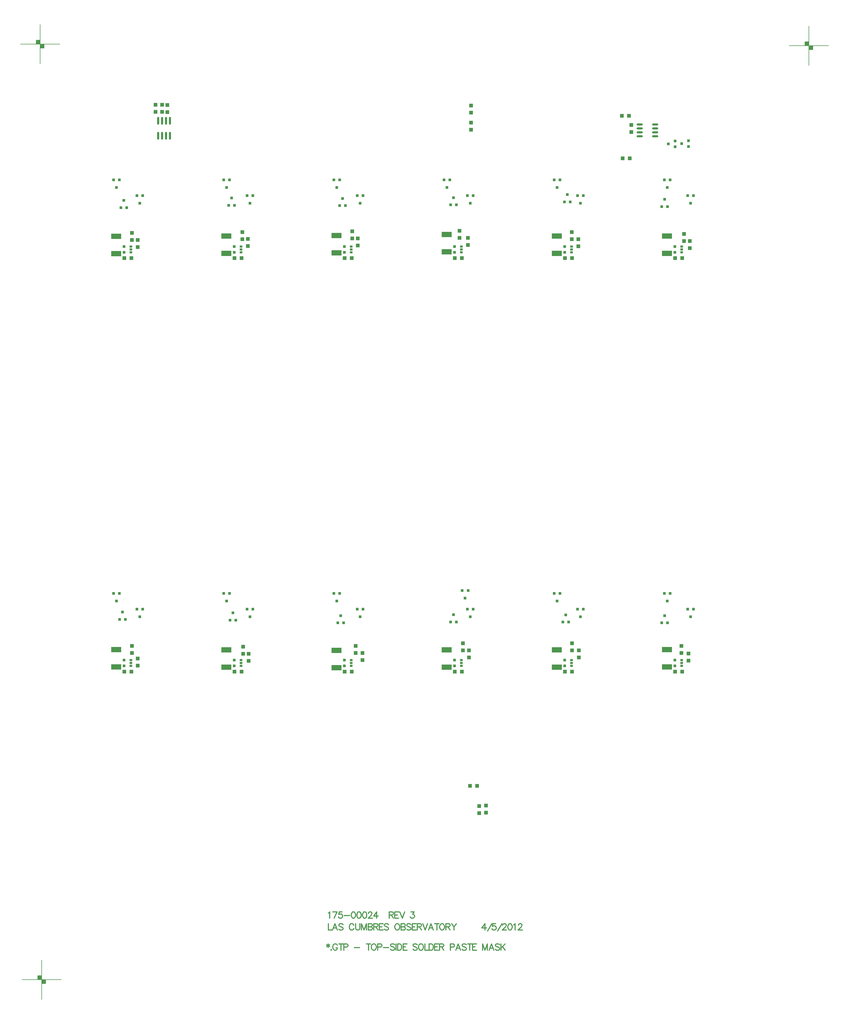
<source format=gtp>
%FSLAX23Y23*%
%MOIN*%
G70*
G01*
G75*
G04 Layer_Color=8421504*
%ADD10R,0.035X0.037*%
%ADD11R,0.035X0.037*%
%ADD12O,0.079X0.024*%
%ADD13R,0.036X0.028*%
%ADD14R,0.036X0.036*%
%ADD15R,0.050X0.050*%
%ADD16O,0.028X0.098*%
%ADD17R,0.126X0.071*%
%ADD18R,0.050X0.050*%
%ADD19C,0.010*%
%ADD20C,0.050*%
%ADD21C,0.008*%
%ADD22C,0.005*%
%ADD23C,0.012*%
%ADD24C,0.006*%
%ADD25C,0.012*%
%ADD26C,0.012*%
%ADD27C,0.020*%
%ADD28R,0.079X0.079*%
%ADD29C,0.079*%
%ADD30C,0.157*%
%ADD31C,0.039*%
%ADD32C,0.220*%
%ADD33C,0.085*%
%ADD34C,0.055*%
%ADD35C,0.116*%
%ADD36R,0.055X0.055*%
%ADD37R,0.098X0.098*%
%ADD38C,0.098*%
%ADD39C,0.059*%
%ADD40C,0.080*%
%ADD41C,0.065*%
%ADD42C,0.055*%
%ADD43R,0.098X0.098*%
%ADD44R,0.059X0.059*%
%ADD45R,0.070X0.070*%
%ADD46C,0.070*%
%ADD47C,0.040*%
%ADD48C,0.110*%
%ADD49C,0.217*%
%ADD50C,0.200*%
%ADD51C,0.026*%
%ADD52C,0.050*%
%ADD53C,0.024*%
%ADD54C,0.032*%
%ADD55C,0.025*%
%ADD56C,0.040*%
%ADD57C,0.087*%
%ADD58C,0.076*%
%ADD59C,0.131*%
%ADD60C,0.080*%
%ADD61C,0.206*%
%ADD62C,0.102*%
%ADD63C,0.075*%
%ADD64C,0.168*%
%ADD65C,0.091*%
%ADD66C,0.138*%
%ADD67C,0.092*%
G04:AMPARAMS|DCode=68|XSize=100mil|YSize=100mil|CornerRadius=0mil|HoleSize=0mil|Usage=FLASHONLY|Rotation=0.000|XOffset=0mil|YOffset=0mil|HoleType=Round|Shape=Relief|Width=10mil|Gap=10mil|Entries=4|*
%AMTHD68*
7,0,0,0.100,0.080,0.010,45*
%
%ADD68THD68*%
%ADD69C,0.073*%
%ADD70C,0.099*%
%ADD71C,0.075*%
%ADD72C,0.168*%
G04:AMPARAMS|DCode=73|XSize=70mil|YSize=70mil|CornerRadius=0mil|HoleSize=0mil|Usage=FLASHONLY|Rotation=0.000|XOffset=0mil|YOffset=0mil|HoleType=Round|Shape=Relief|Width=10mil|Gap=10mil|Entries=4|*
%AMTHD73*
7,0,0,0.070,0.050,0.010,45*
%
%ADD73THD73*%
%ADD74C,0.053*%
%ADD75C,0.068*%
%ADD76C,0.060*%
G04:AMPARAMS|DCode=77|XSize=107.244mil|YSize=107.244mil|CornerRadius=0mil|HoleSize=0mil|Usage=FLASHONLY|Rotation=0.000|XOffset=0mil|YOffset=0mil|HoleType=Round|Shape=Relief|Width=30mil|Gap=10mil|Entries=4|*
%AMTHD77*
7,0,0,0.107,0.087,0.030,45*
%
%ADD77THD77*%
G04:AMPARAMS|DCode=78|XSize=111.181mil|YSize=111.181mil|CornerRadius=0mil|HoleSize=0mil|Usage=FLASHONLY|Rotation=0.000|XOffset=0mil|YOffset=0mil|HoleType=Round|Shape=Relief|Width=30mil|Gap=10mil|Entries=4|*
%AMTHD78*
7,0,0,0.111,0.091,0.030,45*
%
%ADD78THD78*%
G04:AMPARAMS|DCode=79|XSize=112mil|YSize=112mil|CornerRadius=0mil|HoleSize=0mil|Usage=FLASHONLY|Rotation=0.000|XOffset=0mil|YOffset=0mil|HoleType=Round|Shape=Relief|Width=30mil|Gap=10mil|Entries=4|*
%AMTHD79*
7,0,0,0.112,0.092,0.030,45*
%
%ADD79THD79*%
G04:AMPARAMS|DCode=80|XSize=119.055mil|YSize=119.055mil|CornerRadius=0mil|HoleSize=0mil|Usage=FLASHONLY|Rotation=0.000|XOffset=0mil|YOffset=0mil|HoleType=Round|Shape=Relief|Width=30mil|Gap=10mil|Entries=4|*
%AMTHD80*
7,0,0,0.119,0.099,0.030,45*
%
%ADD80THD80*%
G04:AMPARAMS|DCode=81|XSize=100mil|YSize=100mil|CornerRadius=0mil|HoleSize=0mil|Usage=FLASHONLY|Rotation=0.000|XOffset=0mil|YOffset=0mil|HoleType=Round|Shape=Relief|Width=30mil|Gap=10mil|Entries=4|*
%AMTHD81*
7,0,0,0.100,0.080,0.030,45*
%
%ADD81THD81*%
G04:AMPARAMS|DCode=82|XSize=130mil|YSize=130mil|CornerRadius=0mil|HoleSize=0mil|Usage=FLASHONLY|Rotation=0.000|XOffset=0mil|YOffset=0mil|HoleType=Round|Shape=Relief|Width=30mil|Gap=10mil|Entries=4|*
%AMTHD82*
7,0,0,0.130,0.110,0.030,45*
%
%ADD82THD82*%
G04:AMPARAMS|DCode=83|XSize=88mil|YSize=88mil|CornerRadius=0mil|HoleSize=0mil|Usage=FLASHONLY|Rotation=0.000|XOffset=0mil|YOffset=0mil|HoleType=Round|Shape=Relief|Width=30mil|Gap=10mil|Entries=4|*
%AMTHD83*
7,0,0,0.088,0.068,0.030,45*
%
%ADD83THD83*%
G04:AMPARAMS|DCode=84|XSize=70mil|YSize=70mil|CornerRadius=0mil|HoleSize=0mil|Usage=FLASHONLY|Rotation=0.000|XOffset=0mil|YOffset=0mil|HoleType=Round|Shape=Relief|Width=30mil|Gap=10mil|Entries=4|*
%AMTHD84*
7,0,0,0.070,0.050,0.030,45*
%
%ADD84THD84*%
G04:AMPARAMS|DCode=85|XSize=80mil|YSize=80mil|CornerRadius=0mil|HoleSize=0mil|Usage=FLASHONLY|Rotation=0.000|XOffset=0mil|YOffset=0mil|HoleType=Round|Shape=Relief|Width=30mil|Gap=10mil|Entries=4|*
%AMTHD85*
7,0,0,0.080,0.060,0.030,45*
%
%ADD85THD85*%
G04:AMPARAMS|DCode=86|XSize=80mil|YSize=80mil|CornerRadius=0mil|HoleSize=0mil|Usage=FLASHONLY|Rotation=0.000|XOffset=0mil|YOffset=0mil|HoleType=Round|Shape=Relief|Width=10mil|Gap=10mil|Entries=4|*
%AMTHD86*
7,0,0,0.080,0.060,0.010,45*
%
%ADD86THD86*%
G04:AMPARAMS|DCode=87|XSize=96.221mil|YSize=96.221mil|CornerRadius=0mil|HoleSize=0mil|Usage=FLASHONLY|Rotation=0.000|XOffset=0mil|YOffset=0mil|HoleType=Round|Shape=Relief|Width=10mil|Gap=10mil|Entries=4|*
%AMTHD87*
7,0,0,0.096,0.076,0.010,45*
%
%ADD87THD87*%
G04:AMPARAMS|DCode=88|XSize=150.551mil|YSize=150.551mil|CornerRadius=0mil|HoleSize=0mil|Usage=FLASHONLY|Rotation=0.000|XOffset=0mil|YOffset=0mil|HoleType=Round|Shape=Relief|Width=10mil|Gap=10mil|Entries=4|*
%AMTHD88*
7,0,0,0.151,0.131,0.010,45*
%
%ADD88THD88*%
G04:AMPARAMS|DCode=89|XSize=122mil|YSize=122mil|CornerRadius=0mil|HoleSize=0mil|Usage=FLASHONLY|Rotation=0.000|XOffset=0mil|YOffset=0mil|HoleType=Round|Shape=Relief|Width=10mil|Gap=10mil|Entries=4|*
%AMTHD89*
7,0,0,0.122,0.102,0.010,45*
%
%ADD89THD89*%
G04:AMPARAMS|DCode=90|XSize=95mil|YSize=95mil|CornerRadius=0mil|HoleSize=0mil|Usage=FLASHONLY|Rotation=0.000|XOffset=0mil|YOffset=0mil|HoleType=Round|Shape=Relief|Width=10mil|Gap=10mil|Entries=4|*
%AMTHD90*
7,0,0,0.095,0.075,0.010,45*
%
%ADD90THD90*%
G04:AMPARAMS|DCode=91|XSize=112mil|YSize=112mil|CornerRadius=0mil|HoleSize=0mil|Usage=FLASHONLY|Rotation=0.000|XOffset=0mil|YOffset=0mil|HoleType=Round|Shape=Relief|Width=10mil|Gap=10mil|Entries=4|*
%AMTHD91*
7,0,0,0.112,0.092,0.010,45*
%
%ADD91THD91*%
G04:AMPARAMS|DCode=92|XSize=93.465mil|YSize=93.465mil|CornerRadius=0mil|HoleSize=0mil|Usage=FLASHONLY|Rotation=0.000|XOffset=0mil|YOffset=0mil|HoleType=Round|Shape=Relief|Width=10mil|Gap=10mil|Entries=4|*
%AMTHD92*
7,0,0,0.093,0.073,0.010,45*
%
%ADD92THD92*%
G04:AMPARAMS|DCode=93|XSize=95.433mil|YSize=95.433mil|CornerRadius=0mil|HoleSize=0mil|Usage=FLASHONLY|Rotation=0.000|XOffset=0mil|YOffset=0mil|HoleType=Round|Shape=Relief|Width=10mil|Gap=10mil|Entries=4|*
%AMTHD93*
7,0,0,0.095,0.075,0.010,45*
%
%ADD93THD93*%
G04:AMPARAMS|DCode=94|XSize=72.992mil|YSize=72.992mil|CornerRadius=0mil|HoleSize=0mil|Usage=FLASHONLY|Rotation=0.000|XOffset=0mil|YOffset=0mil|HoleType=Round|Shape=Relief|Width=10mil|Gap=10mil|Entries=4|*
%AMTHD94*
7,0,0,0.073,0.053,0.010,45*
%
%ADD94THD94*%
G04:AMPARAMS|DCode=95|XSize=88mil|YSize=88mil|CornerRadius=0mil|HoleSize=0mil|Usage=FLASHONLY|Rotation=0.000|XOffset=0mil|YOffset=0mil|HoleType=Round|Shape=Relief|Width=10mil|Gap=10mil|Entries=4|*
%AMTHD95*
7,0,0,0.088,0.068,0.010,45*
%
%ADD95THD95*%
G04:AMPARAMS|DCode=96|XSize=85mil|YSize=85mil|CornerRadius=0mil|HoleSize=0mil|Usage=FLASHONLY|Rotation=0.000|XOffset=0mil|YOffset=0mil|HoleType=Round|Shape=Relief|Width=10mil|Gap=10mil|Entries=4|*
%AMTHD96*
7,0,0,0.085,0.065,0.010,45*
%
%ADD96THD96*%
%ADD97R,0.037X0.075*%
%ADD98R,0.268X0.272*%
%ADD99R,0.272X0.268*%
%ADD100R,0.075X0.037*%
%ADD101R,0.025X0.100*%
%ADD102R,0.057X0.012*%
%ADD103R,0.025X0.185*%
%ADD104R,0.020X0.020*%
%ADD105R,0.016X0.020*%
%ADD106R,0.070X0.135*%
%ADD107R,0.078X0.048*%
%ADD108R,0.075X0.063*%
%ADD109R,0.045X0.017*%
%ADD110R,0.059X0.087*%
%ADD111R,0.126X0.060*%
%ADD112O,0.010X0.024*%
%ADD113R,0.094X0.065*%
%ADD114R,0.039X0.059*%
%ADD115R,0.040X0.067*%
%ADD116R,0.059X0.051*%
%ADD117R,0.070X0.025*%
%ADD118O,0.098X0.028*%
%ADD119R,0.051X0.059*%
%ADD120R,0.063X0.075*%
%ADD121C,0.020*%
%ADD122C,0.030*%
%ADD123C,0.010*%
%ADD124C,0.010*%
%ADD125C,0.008*%
%ADD126C,0.007*%
%ADD127R,0.384X0.322*%
D10*
X29777Y26463D02*
D03*
X29740Y26365D02*
D03*
X36482Y21412D02*
D03*
X36445Y21314D02*
D03*
X35082Y21412D02*
D03*
X35045Y21314D02*
D03*
X33913Y21449D02*
D03*
X33875Y21351D02*
D03*
X32282Y21412D02*
D03*
X32245Y21314D02*
D03*
X30882Y21412D02*
D03*
X30845Y21314D02*
D03*
X29482Y21412D02*
D03*
X29445Y21314D02*
D03*
X36482Y26663D02*
D03*
X36445Y26565D02*
D03*
X35082Y26663D02*
D03*
X35045Y26565D02*
D03*
X33682Y26663D02*
D03*
X33645Y26565D02*
D03*
X32282Y26663D02*
D03*
X32245Y26565D02*
D03*
X30882Y26663D02*
D03*
X30845Y26565D02*
D03*
X29482Y26663D02*
D03*
X29445Y26565D02*
D03*
X36777Y21212D02*
D03*
X36740Y21114D02*
D03*
X35377Y21212D02*
D03*
X35340Y21114D02*
D03*
X33977Y21212D02*
D03*
X33940Y21114D02*
D03*
X32577Y21212D02*
D03*
X32540Y21114D02*
D03*
X31177Y21212D02*
D03*
X31140Y21114D02*
D03*
X29777Y21212D02*
D03*
X29740Y21114D02*
D03*
X36777Y26463D02*
D03*
X36740Y26365D02*
D03*
X35377Y26463D02*
D03*
X35340Y26365D02*
D03*
X33977Y26463D02*
D03*
X33940Y26365D02*
D03*
X32577Y26463D02*
D03*
X32540Y26365D02*
D03*
X31177Y26463D02*
D03*
X31140Y26365D02*
D03*
X29537Y26402D02*
D03*
X29500Y26309D02*
D03*
X30907Y26432D02*
D03*
X30870Y26339D02*
D03*
X32317Y26427D02*
D03*
X32280Y26334D02*
D03*
X33727Y26437D02*
D03*
X33690Y26344D02*
D03*
X35175Y26474D02*
D03*
X35138Y26381D02*
D03*
X36410Y26414D02*
D03*
X36373Y26321D02*
D03*
X29520Y21175D02*
D03*
X29483Y21083D02*
D03*
X30925Y21165D02*
D03*
X30888Y21073D02*
D03*
X32295Y21130D02*
D03*
X32258Y21038D02*
D03*
X33728Y21142D02*
D03*
X33690Y21049D02*
D03*
X35155Y21140D02*
D03*
X35118Y21048D02*
D03*
X36410Y21130D02*
D03*
X36373Y21038D02*
D03*
D11*
X29703Y26463D02*
D03*
X36408Y21412D02*
D03*
X35008D02*
D03*
X33838Y21449D02*
D03*
X32208Y21412D02*
D03*
X30808D02*
D03*
X29408D02*
D03*
X36408Y26663D02*
D03*
X35008D02*
D03*
X33608D02*
D03*
X32208D02*
D03*
X30808D02*
D03*
X29408D02*
D03*
X36703Y21212D02*
D03*
X35303D02*
D03*
X33903D02*
D03*
X32503D02*
D03*
X31103D02*
D03*
X29703D02*
D03*
X36703Y26463D02*
D03*
X35303D02*
D03*
X33903D02*
D03*
X32503D02*
D03*
X31103D02*
D03*
X29575Y26309D02*
D03*
X30945Y26339D02*
D03*
X32355Y26334D02*
D03*
X33765Y26344D02*
D03*
X35212Y26381D02*
D03*
X36447Y26321D02*
D03*
X29557Y21083D02*
D03*
X30962Y21073D02*
D03*
X32332Y21038D02*
D03*
X33765Y21049D02*
D03*
X35192Y21048D02*
D03*
X36447Y21038D02*
D03*
D12*
X36094Y27365D02*
D03*
Y27315D02*
D03*
Y27265D02*
D03*
Y27215D02*
D03*
X36290Y27365D02*
D03*
Y27315D02*
D03*
Y27265D02*
D03*
Y27215D02*
D03*
D13*
X29628Y25742D02*
D03*
Y25816D02*
D03*
Y25779D02*
D03*
X36628Y20491D02*
D03*
Y20565D02*
D03*
Y20528D02*
D03*
X35228Y20491D02*
D03*
Y20565D02*
D03*
Y20528D02*
D03*
X33828Y20491D02*
D03*
Y20565D02*
D03*
Y20528D02*
D03*
X32428Y20491D02*
D03*
Y20565D02*
D03*
Y20528D02*
D03*
X31028Y20491D02*
D03*
Y20565D02*
D03*
Y20528D02*
D03*
X29628Y20491D02*
D03*
Y20565D02*
D03*
Y20528D02*
D03*
X36628Y25742D02*
D03*
Y25816D02*
D03*
Y25779D02*
D03*
X35228Y25742D02*
D03*
Y25816D02*
D03*
Y25779D02*
D03*
X33828Y25742D02*
D03*
Y25816D02*
D03*
Y25779D02*
D03*
X32428Y25742D02*
D03*
Y25816D02*
D03*
Y25779D02*
D03*
X31028Y25742D02*
D03*
Y25816D02*
D03*
Y25779D02*
D03*
D14*
X29542Y25742D02*
D03*
Y25816D02*
D03*
X36544Y27083D02*
D03*
X36458Y27120D02*
D03*
X36544Y27157D02*
D03*
X36542Y20491D02*
D03*
Y20565D02*
D03*
X35142Y20491D02*
D03*
Y20565D02*
D03*
X33742Y20491D02*
D03*
Y20565D02*
D03*
X32342Y20491D02*
D03*
Y20565D02*
D03*
X30942Y20491D02*
D03*
Y20565D02*
D03*
X29542Y20491D02*
D03*
Y20565D02*
D03*
X36542Y25742D02*
D03*
Y25816D02*
D03*
X35142Y25742D02*
D03*
Y25816D02*
D03*
X33742Y25742D02*
D03*
Y25816D02*
D03*
X32342Y25742D02*
D03*
Y25816D02*
D03*
X30942Y25742D02*
D03*
Y25816D02*
D03*
X36714Y27085D02*
D03*
X36628Y27122D02*
D03*
X36714Y27159D02*
D03*
D15*
X36715Y20650D02*
D03*
Y20560D02*
D03*
X33952Y27300D02*
D03*
Y27390D02*
D03*
X33951Y27604D02*
D03*
Y27514D02*
D03*
X34054Y18623D02*
D03*
Y18713D02*
D03*
X34142Y18718D02*
D03*
Y18628D02*
D03*
X30025Y27524D02*
D03*
Y27614D02*
D03*
X29940D02*
D03*
Y27524D02*
D03*
X30090Y27613D02*
D03*
Y27523D02*
D03*
X35986Y27270D02*
D03*
Y27360D02*
D03*
X29640Y25900D02*
D03*
Y25990D02*
D03*
X31045Y25910D02*
D03*
Y26000D02*
D03*
X32440Y25918D02*
D03*
Y26008D02*
D03*
X33805Y25925D02*
D03*
Y26015D02*
D03*
X35230Y25910D02*
D03*
Y26000D02*
D03*
X36658Y25886D02*
D03*
Y25976D02*
D03*
X29642Y20657D02*
D03*
Y20747D02*
D03*
X31055Y20645D02*
D03*
Y20735D02*
D03*
X32485Y20655D02*
D03*
Y20745D02*
D03*
X33849Y20689D02*
D03*
Y20779D02*
D03*
X35235Y20690D02*
D03*
Y20780D02*
D03*
X36625Y20655D02*
D03*
Y20745D02*
D03*
X29715Y25900D02*
D03*
Y25810D02*
D03*
X31114Y25911D02*
D03*
Y25821D02*
D03*
X32511Y25919D02*
D03*
Y25829D02*
D03*
X33910Y25925D02*
D03*
Y25835D02*
D03*
X35315Y25910D02*
D03*
Y25820D02*
D03*
X36730Y25887D02*
D03*
Y25797D02*
D03*
X29715Y20587D02*
D03*
Y20497D02*
D03*
X31125Y20645D02*
D03*
Y20555D02*
D03*
X32570Y20655D02*
D03*
Y20565D02*
D03*
X33923Y20689D02*
D03*
Y20599D02*
D03*
X35320Y20690D02*
D03*
Y20600D02*
D03*
D16*
X29975Y27221D02*
D03*
X30025D02*
D03*
X30075D02*
D03*
X30125D02*
D03*
X29975Y27413D02*
D03*
X30025D02*
D03*
X30075D02*
D03*
X30125D02*
D03*
D17*
X29440Y25945D02*
D03*
Y25725D02*
D03*
X36440Y20698D02*
D03*
Y20478D02*
D03*
X35040Y20695D02*
D03*
Y20475D02*
D03*
X33640Y20695D02*
D03*
Y20475D02*
D03*
X32240Y20690D02*
D03*
Y20470D02*
D03*
X30840Y20695D02*
D03*
Y20475D02*
D03*
X29440Y20698D02*
D03*
Y20478D02*
D03*
X36440Y25949D02*
D03*
Y25729D02*
D03*
X35040Y25950D02*
D03*
Y25730D02*
D03*
X33640Y25969D02*
D03*
Y25749D02*
D03*
X32240Y25955D02*
D03*
Y25735D02*
D03*
X30840Y25950D02*
D03*
Y25730D02*
D03*
D18*
X36545Y20418D02*
D03*
X36635D02*
D03*
X35145D02*
D03*
X35235D02*
D03*
X33745D02*
D03*
X33835D02*
D03*
X32345D02*
D03*
X32435D02*
D03*
X30945D02*
D03*
X31035D02*
D03*
X29545D02*
D03*
X29635D02*
D03*
X36545Y25669D02*
D03*
X36635D02*
D03*
X35145D02*
D03*
X35235D02*
D03*
X33745D02*
D03*
X33835D02*
D03*
X32345D02*
D03*
X32435D02*
D03*
X30945D02*
D03*
X31035D02*
D03*
X29545D02*
D03*
X29635D02*
D03*
X33939Y18968D02*
D03*
X34029D02*
D03*
X35879Y26937D02*
D03*
X35969D02*
D03*
X35866Y27477D02*
D03*
X35956D02*
D03*
D21*
X28515Y16484D02*
X28525D01*
Y16479D02*
Y16489D01*
X28515D02*
X28525D01*
X28515Y16479D02*
Y16489D01*
Y16479D02*
X28525D01*
X28530D02*
Y16494D01*
X28510D02*
X28530D01*
X28510Y16474D02*
Y16494D01*
Y16474D02*
X28530D01*
X28535D02*
Y16499D01*
X28505D02*
X28535D01*
X28505Y16469D02*
Y16499D01*
Y16469D02*
X28535D01*
X28540Y16464D02*
Y16504D01*
X28500D02*
X28540D01*
X28500Y16464D02*
Y16504D01*
Y16464D02*
X28540D01*
X28465Y16534D02*
X28475D01*
Y16529D02*
Y16539D01*
X28465D02*
X28475D01*
X28465Y16529D02*
Y16539D01*
Y16529D02*
X28475D01*
X28480D02*
Y16544D01*
X28460D02*
X28480D01*
X28460Y16524D02*
Y16544D01*
Y16524D02*
X28480D01*
X28485D02*
Y16549D01*
X28455D02*
X28485D01*
X28455Y16519D02*
Y16549D01*
Y16519D02*
X28485D01*
X28490Y16514D02*
Y16554D01*
X28450D02*
X28490D01*
X28450Y16514D02*
Y16554D01*
Y16514D02*
X28490D01*
X28445Y16559D02*
X28495D01*
X28445Y16509D02*
Y16559D01*
X28495Y16459D02*
X28545D01*
Y16509D01*
X28495Y16259D02*
Y16759D01*
X28245Y16509D02*
X28745D01*
X28495Y28359D02*
X28505D01*
Y28354D02*
Y28364D01*
X28495D02*
X28505D01*
X28495Y28354D02*
Y28364D01*
Y28354D02*
X28505D01*
X28510D02*
Y28369D01*
X28490D02*
X28510D01*
X28490Y28349D02*
Y28369D01*
Y28349D02*
X28510D01*
X28515D02*
Y28374D01*
X28485D02*
X28515D01*
X28485Y28344D02*
Y28374D01*
Y28344D02*
X28515D01*
X28520Y28339D02*
Y28379D01*
X28480D02*
X28520D01*
X28480Y28339D02*
Y28379D01*
Y28339D02*
X28520D01*
X28445Y28409D02*
X28455D01*
Y28404D02*
Y28414D01*
X28445D02*
X28455D01*
X28445Y28404D02*
Y28414D01*
Y28404D02*
X28455D01*
X28460D02*
Y28419D01*
X28440D02*
X28460D01*
X28440Y28399D02*
Y28419D01*
Y28399D02*
X28460D01*
X28465D02*
Y28424D01*
X28435D02*
X28465D01*
X28435Y28394D02*
Y28424D01*
Y28394D02*
X28465D01*
X28470Y28389D02*
Y28429D01*
X28430D02*
X28470D01*
X28430Y28389D02*
Y28429D01*
Y28389D02*
X28470D01*
X28425Y28434D02*
X28475D01*
X28425Y28384D02*
Y28434D01*
X28475Y28334D02*
X28525D01*
Y28384D01*
X28475Y28134D02*
Y28634D01*
X28225Y28384D02*
X28725D01*
X38265Y28339D02*
X38275D01*
Y28334D02*
Y28344D01*
X38265D02*
X38275D01*
X38265Y28334D02*
Y28344D01*
Y28334D02*
X38275D01*
X38280D02*
Y28349D01*
X38260D02*
X38280D01*
X38260Y28329D02*
Y28349D01*
Y28329D02*
X38280D01*
X38285D02*
Y28354D01*
X38255D02*
X38285D01*
X38255Y28324D02*
Y28354D01*
Y28324D02*
X38285D01*
X38290Y28319D02*
Y28359D01*
X38250D02*
X38290D01*
X38250Y28319D02*
Y28359D01*
Y28319D02*
X38290D01*
X38215Y28389D02*
X38225D01*
Y28384D02*
Y28394D01*
X38215D02*
X38225D01*
X38215Y28384D02*
Y28394D01*
Y28384D02*
X38225D01*
X38230D02*
Y28399D01*
X38210D02*
X38230D01*
X38210Y28379D02*
Y28399D01*
Y28379D02*
X38230D01*
X38235D02*
Y28404D01*
X38205D02*
X38235D01*
X38205Y28374D02*
Y28404D01*
Y28374D02*
X38235D01*
X38240Y28369D02*
Y28409D01*
X38200D02*
X38240D01*
X38200Y28369D02*
Y28409D01*
Y28369D02*
X38240D01*
X38195Y28414D02*
X38245D01*
X38195Y28364D02*
Y28414D01*
X38245Y28314D02*
X38295D01*
Y28364D01*
X38245Y28114D02*
Y28614D01*
X37995Y28364D02*
X38495D01*
D23*
X32134Y16963D02*
Y16917D01*
X32115Y16952D02*
X32153Y16929D01*
Y16952D02*
X32115Y16929D01*
X32173Y16891D02*
X32169Y16887D01*
X32173Y16883D01*
X32177Y16887D01*
X32173Y16891D01*
X32252Y16944D02*
X32248Y16952D01*
X32240Y16959D01*
X32233Y16963D01*
X32217D01*
X32210Y16959D01*
X32202Y16952D01*
X32198Y16944D01*
X32195Y16933D01*
Y16913D01*
X32198Y16902D01*
X32202Y16894D01*
X32210Y16887D01*
X32217Y16883D01*
X32233D01*
X32240Y16887D01*
X32248Y16894D01*
X32252Y16902D01*
Y16913D01*
X32233D02*
X32252D01*
X32297Y16963D02*
Y16883D01*
X32270Y16963D02*
X32323D01*
X32333Y16921D02*
X32367D01*
X32379Y16925D01*
X32382Y16929D01*
X32386Y16936D01*
Y16948D01*
X32382Y16955D01*
X32379Y16959D01*
X32367Y16963D01*
X32333D01*
Y16883D01*
X32467Y16917D02*
X32535D01*
X32649Y16963D02*
Y16883D01*
X32622Y16963D02*
X32675D01*
X32708D02*
X32700Y16959D01*
X32692Y16952D01*
X32689Y16944D01*
X32685Y16933D01*
Y16913D01*
X32689Y16902D01*
X32692Y16894D01*
X32700Y16887D01*
X32708Y16883D01*
X32723D01*
X32730Y16887D01*
X32738Y16894D01*
X32742Y16902D01*
X32746Y16913D01*
Y16933D01*
X32742Y16944D01*
X32738Y16952D01*
X32730Y16959D01*
X32723Y16963D01*
X32708D01*
X32764Y16921D02*
X32799D01*
X32810Y16925D01*
X32814Y16929D01*
X32818Y16936D01*
Y16948D01*
X32814Y16955D01*
X32810Y16959D01*
X32799Y16963D01*
X32764D01*
Y16883D01*
X32836Y16917D02*
X32904D01*
X32981Y16952D02*
X32973Y16959D01*
X32962Y16963D01*
X32947D01*
X32935Y16959D01*
X32928Y16952D01*
Y16944D01*
X32932Y16936D01*
X32935Y16933D01*
X32943Y16929D01*
X32966Y16921D01*
X32973Y16917D01*
X32977Y16913D01*
X32981Y16906D01*
Y16894D01*
X32973Y16887D01*
X32962Y16883D01*
X32947D01*
X32935Y16887D01*
X32928Y16894D01*
X32999Y16963D02*
Y16883D01*
X33016Y16963D02*
Y16883D01*
Y16963D02*
X33042D01*
X33054Y16959D01*
X33061Y16952D01*
X33065Y16944D01*
X33069Y16933D01*
Y16913D01*
X33065Y16902D01*
X33061Y16894D01*
X33054Y16887D01*
X33042Y16883D01*
X33016D01*
X33136Y16963D02*
X33087D01*
Y16883D01*
X33136D01*
X33087Y16925D02*
X33117D01*
X33266Y16952D02*
X33258Y16959D01*
X33247Y16963D01*
X33232D01*
X33220Y16959D01*
X33213Y16952D01*
Y16944D01*
X33216Y16936D01*
X33220Y16933D01*
X33228Y16929D01*
X33251Y16921D01*
X33258Y16917D01*
X33262Y16913D01*
X33266Y16906D01*
Y16894D01*
X33258Y16887D01*
X33247Y16883D01*
X33232D01*
X33220Y16887D01*
X33213Y16894D01*
X33307Y16963D02*
X33299Y16959D01*
X33292Y16952D01*
X33288Y16944D01*
X33284Y16933D01*
Y16913D01*
X33288Y16902D01*
X33292Y16894D01*
X33299Y16887D01*
X33307Y16883D01*
X33322D01*
X33330Y16887D01*
X33337Y16894D01*
X33341Y16902D01*
X33345Y16913D01*
Y16933D01*
X33341Y16944D01*
X33337Y16952D01*
X33330Y16959D01*
X33322Y16963D01*
X33307D01*
X33363D02*
Y16883D01*
X33409D01*
X33418Y16963D02*
Y16883D01*
Y16963D02*
X33445D01*
X33456Y16959D01*
X33464Y16952D01*
X33467Y16944D01*
X33471Y16933D01*
Y16913D01*
X33467Y16902D01*
X33464Y16894D01*
X33456Y16887D01*
X33445Y16883D01*
X33418D01*
X33539Y16963D02*
X33489D01*
Y16883D01*
X33539D01*
X33489Y16925D02*
X33520D01*
X33552Y16963D02*
Y16883D01*
Y16963D02*
X33586D01*
X33598Y16959D01*
X33602Y16955D01*
X33605Y16948D01*
Y16940D01*
X33602Y16933D01*
X33598Y16929D01*
X33586Y16925D01*
X33552D01*
X33579D02*
X33605Y16883D01*
X33686Y16921D02*
X33720D01*
X33732Y16925D01*
X33736Y16929D01*
X33739Y16936D01*
Y16948D01*
X33736Y16955D01*
X33732Y16959D01*
X33720Y16963D01*
X33686D01*
Y16883D01*
X33818D02*
X33788Y16963D01*
X33757Y16883D01*
X33769Y16910D02*
X33807D01*
X33890Y16952D02*
X33883Y16959D01*
X33871Y16963D01*
X33856D01*
X33845Y16959D01*
X33837Y16952D01*
Y16944D01*
X33841Y16936D01*
X33845Y16933D01*
X33852Y16929D01*
X33875Y16921D01*
X33883Y16917D01*
X33886Y16913D01*
X33890Y16906D01*
Y16894D01*
X33883Y16887D01*
X33871Y16883D01*
X33856D01*
X33845Y16887D01*
X33837Y16894D01*
X33935Y16963D02*
Y16883D01*
X33908Y16963D02*
X33961D01*
X34020D02*
X33971D01*
Y16883D01*
X34020D01*
X33971Y16925D02*
X34001D01*
X34097Y16963D02*
Y16883D01*
Y16963D02*
X34127Y16883D01*
X34158Y16963D02*
X34127Y16883D01*
X34158Y16963D02*
Y16883D01*
X34241D02*
X34211Y16963D01*
X34180Y16883D01*
X34192Y16910D02*
X34230D01*
X34313Y16952D02*
X34306Y16959D01*
X34294Y16963D01*
X34279D01*
X34268Y16959D01*
X34260Y16952D01*
Y16944D01*
X34264Y16936D01*
X34268Y16933D01*
X34275Y16929D01*
X34298Y16921D01*
X34306Y16917D01*
X34310Y16913D01*
X34313Y16906D01*
Y16894D01*
X34306Y16887D01*
X34294Y16883D01*
X34279D01*
X34268Y16887D01*
X34260Y16894D01*
X34331Y16963D02*
Y16883D01*
X34385Y16963D02*
X34331Y16910D01*
X34350Y16929D02*
X34385Y16883D01*
X32136Y17353D02*
X32144Y17357D01*
X32155Y17369D01*
Y17289D01*
X32248Y17369D02*
X32210Y17289D01*
X32195Y17369D02*
X32248D01*
X32312D02*
X32274D01*
X32270Y17334D01*
X32274Y17338D01*
X32285Y17342D01*
X32296D01*
X32308Y17338D01*
X32315Y17330D01*
X32319Y17319D01*
Y17311D01*
X32315Y17300D01*
X32308Y17292D01*
X32296Y17289D01*
X32285D01*
X32274Y17292D01*
X32270Y17296D01*
X32266Y17304D01*
X32337Y17323D02*
X32406D01*
X32452Y17369D02*
X32441Y17365D01*
X32433Y17353D01*
X32429Y17334D01*
Y17323D01*
X32433Y17304D01*
X32441Y17292D01*
X32452Y17289D01*
X32460D01*
X32471Y17292D01*
X32479Y17304D01*
X32483Y17323D01*
Y17334D01*
X32479Y17353D01*
X32471Y17365D01*
X32460Y17369D01*
X32452D01*
X32523D02*
X32512Y17365D01*
X32504Y17353D01*
X32501Y17334D01*
Y17323D01*
X32504Y17304D01*
X32512Y17292D01*
X32523Y17289D01*
X32531D01*
X32542Y17292D01*
X32550Y17304D01*
X32554Y17323D01*
Y17334D01*
X32550Y17353D01*
X32542Y17365D01*
X32531Y17369D01*
X32523D01*
X32595D02*
X32583Y17365D01*
X32576Y17353D01*
X32572Y17334D01*
Y17323D01*
X32576Y17304D01*
X32583Y17292D01*
X32595Y17289D01*
X32602D01*
X32614Y17292D01*
X32621Y17304D01*
X32625Y17323D01*
Y17334D01*
X32621Y17353D01*
X32614Y17365D01*
X32602Y17369D01*
X32595D01*
X32647Y17350D02*
Y17353D01*
X32651Y17361D01*
X32654Y17365D01*
X32662Y17369D01*
X32677D01*
X32685Y17365D01*
X32689Y17361D01*
X32692Y17353D01*
Y17346D01*
X32689Y17338D01*
X32681Y17327D01*
X32643Y17289D01*
X32696D01*
X32752Y17369D02*
X32714Y17315D01*
X32771D01*
X32752Y17369D02*
Y17289D01*
X32911Y17369D02*
Y17289D01*
Y17369D02*
X32945D01*
X32957Y17365D01*
X32961Y17361D01*
X32964Y17353D01*
Y17346D01*
X32961Y17338D01*
X32957Y17334D01*
X32945Y17330D01*
X32911D01*
X32938D02*
X32964Y17289D01*
X33032Y17369D02*
X32982D01*
Y17289D01*
X33032D01*
X32982Y17330D02*
X33013D01*
X33045Y17369D02*
X33076Y17289D01*
X33106Y17369D02*
X33076Y17289D01*
X33187Y17369D02*
X33229D01*
X33206Y17338D01*
X33217D01*
X33225Y17334D01*
X33229Y17330D01*
X33233Y17319D01*
Y17311D01*
X33229Y17300D01*
X33221Y17292D01*
X33210Y17289D01*
X33198D01*
X33187Y17292D01*
X33183Y17296D01*
X33179Y17304D01*
D26*
X32136Y17219D02*
Y17139D01*
X32182D01*
X32251D02*
X32221Y17219D01*
X32190Y17139D01*
X32202Y17165D02*
X32240D01*
X32323Y17207D02*
X32316Y17215D01*
X32304Y17219D01*
X32289D01*
X32278Y17215D01*
X32270Y17207D01*
Y17200D01*
X32274Y17192D01*
X32278Y17188D01*
X32285Y17184D01*
X32308Y17177D01*
X32316Y17173D01*
X32320Y17169D01*
X32323Y17161D01*
Y17150D01*
X32316Y17142D01*
X32304Y17139D01*
X32289D01*
X32278Y17142D01*
X32270Y17150D01*
X32461Y17200D02*
X32457Y17207D01*
X32450Y17215D01*
X32442Y17219D01*
X32427D01*
X32419Y17215D01*
X32412Y17207D01*
X32408Y17200D01*
X32404Y17188D01*
Y17169D01*
X32408Y17158D01*
X32412Y17150D01*
X32419Y17142D01*
X32427Y17139D01*
X32442D01*
X32450Y17142D01*
X32457Y17150D01*
X32461Y17158D01*
X32484Y17219D02*
Y17161D01*
X32488Y17150D01*
X32495Y17142D01*
X32507Y17139D01*
X32514D01*
X32526Y17142D01*
X32533Y17150D01*
X32537Y17161D01*
Y17219D01*
X32559D02*
Y17139D01*
Y17219D02*
X32590Y17139D01*
X32620Y17219D02*
X32590Y17139D01*
X32620Y17219D02*
Y17139D01*
X32643Y17219D02*
Y17139D01*
Y17219D02*
X32677D01*
X32689Y17215D01*
X32692Y17211D01*
X32696Y17203D01*
Y17196D01*
X32692Y17188D01*
X32689Y17184D01*
X32677Y17180D01*
X32643D02*
X32677D01*
X32689Y17177D01*
X32692Y17173D01*
X32696Y17165D01*
Y17154D01*
X32692Y17146D01*
X32689Y17142D01*
X32677Y17139D01*
X32643D01*
X32714Y17219D02*
Y17139D01*
Y17219D02*
X32748D01*
X32760Y17215D01*
X32764Y17211D01*
X32768Y17203D01*
Y17196D01*
X32764Y17188D01*
X32760Y17184D01*
X32748Y17180D01*
X32714D01*
X32741D02*
X32768Y17139D01*
X32835Y17219D02*
X32785D01*
Y17139D01*
X32835D01*
X32785Y17180D02*
X32816D01*
X32902Y17207D02*
X32894Y17215D01*
X32883Y17219D01*
X32867D01*
X32856Y17215D01*
X32848Y17207D01*
Y17200D01*
X32852Y17192D01*
X32856Y17188D01*
X32863Y17184D01*
X32886Y17177D01*
X32894Y17173D01*
X32898Y17169D01*
X32902Y17161D01*
Y17150D01*
X32894Y17142D01*
X32883Y17139D01*
X32867D01*
X32856Y17142D01*
X32848Y17150D01*
X33005Y17219D02*
X32998Y17215D01*
X32990Y17207D01*
X32986Y17200D01*
X32982Y17188D01*
Y17169D01*
X32986Y17158D01*
X32990Y17150D01*
X32998Y17142D01*
X33005Y17139D01*
X33020D01*
X33028Y17142D01*
X33036Y17150D01*
X33039Y17158D01*
X33043Y17169D01*
Y17188D01*
X33039Y17200D01*
X33036Y17207D01*
X33028Y17215D01*
X33020Y17219D01*
X33005D01*
X33062D02*
Y17139D01*
Y17219D02*
X33096D01*
X33108Y17215D01*
X33111Y17211D01*
X33115Y17203D01*
Y17196D01*
X33111Y17188D01*
X33108Y17184D01*
X33096Y17180D01*
X33062D02*
X33096D01*
X33108Y17177D01*
X33111Y17173D01*
X33115Y17165D01*
Y17154D01*
X33111Y17146D01*
X33108Y17142D01*
X33096Y17139D01*
X33062D01*
X33186Y17207D02*
X33179Y17215D01*
X33167Y17219D01*
X33152D01*
X33141Y17215D01*
X33133Y17207D01*
Y17200D01*
X33137Y17192D01*
X33141Y17188D01*
X33148Y17184D01*
X33171Y17177D01*
X33179Y17173D01*
X33183Y17169D01*
X33186Y17161D01*
Y17150D01*
X33179Y17142D01*
X33167Y17139D01*
X33152D01*
X33141Y17142D01*
X33133Y17150D01*
X33254Y17219D02*
X33204D01*
Y17139D01*
X33254D01*
X33204Y17180D02*
X33235D01*
X33267Y17219D02*
Y17139D01*
Y17219D02*
X33301D01*
X33313Y17215D01*
X33317Y17211D01*
X33321Y17203D01*
Y17196D01*
X33317Y17188D01*
X33313Y17184D01*
X33301Y17180D01*
X33267D01*
X33294D02*
X33321Y17139D01*
X33338Y17219D02*
X33369Y17139D01*
X33399Y17219D02*
X33369Y17139D01*
X33471D02*
X33440Y17219D01*
X33410Y17139D01*
X33421Y17165D02*
X33459D01*
X33516Y17219D02*
Y17139D01*
X33489Y17219D02*
X33543D01*
X33575D02*
X33567Y17215D01*
X33560Y17207D01*
X33556Y17200D01*
X33552Y17188D01*
Y17169D01*
X33556Y17158D01*
X33560Y17150D01*
X33567Y17142D01*
X33575Y17139D01*
X33590D01*
X33598Y17142D01*
X33605Y17150D01*
X33609Y17158D01*
X33613Y17169D01*
Y17188D01*
X33609Y17200D01*
X33605Y17207D01*
X33598Y17215D01*
X33590Y17219D01*
X33575D01*
X33632D02*
Y17139D01*
Y17219D02*
X33666D01*
X33677Y17215D01*
X33681Y17211D01*
X33685Y17203D01*
Y17196D01*
X33681Y17188D01*
X33677Y17184D01*
X33666Y17180D01*
X33632D01*
X33658D02*
X33685Y17139D01*
X33703Y17219D02*
X33733Y17180D01*
Y17139D01*
X33764Y17219D02*
X33733Y17180D01*
X34126Y17219D02*
X34088Y17165D01*
X34146D01*
X34126Y17219D02*
Y17139D01*
X34160Y17127D02*
X34213Y17219D01*
X34264D02*
X34226D01*
X34222Y17184D01*
X34226Y17188D01*
X34237Y17192D01*
X34249D01*
X34260Y17188D01*
X34268Y17180D01*
X34272Y17169D01*
Y17161D01*
X34268Y17150D01*
X34260Y17142D01*
X34249Y17139D01*
X34237D01*
X34226Y17142D01*
X34222Y17146D01*
X34218Y17154D01*
X34289Y17127D02*
X34343Y17219D01*
X34352Y17200D02*
Y17203D01*
X34356Y17211D01*
X34360Y17215D01*
X34367Y17219D01*
X34382D01*
X34390Y17215D01*
X34394Y17211D01*
X34398Y17203D01*
Y17196D01*
X34394Y17188D01*
X34386Y17177D01*
X34348Y17139D01*
X34401D01*
X34442Y17219D02*
X34431Y17215D01*
X34423Y17203D01*
X34419Y17184D01*
Y17173D01*
X34423Y17154D01*
X34431Y17142D01*
X34442Y17139D01*
X34450D01*
X34461Y17142D01*
X34469Y17154D01*
X34473Y17173D01*
Y17184D01*
X34469Y17203D01*
X34461Y17215D01*
X34450Y17219D01*
X34442D01*
X34491Y17203D02*
X34498Y17207D01*
X34510Y17219D01*
Y17139D01*
X34553Y17200D02*
Y17203D01*
X34557Y17211D01*
X34561Y17215D01*
X34568Y17219D01*
X34584D01*
X34591Y17215D01*
X34595Y17211D01*
X34599Y17203D01*
Y17196D01*
X34595Y17188D01*
X34587Y17177D01*
X34549Y17139D01*
X34603D01*
M02*

</source>
